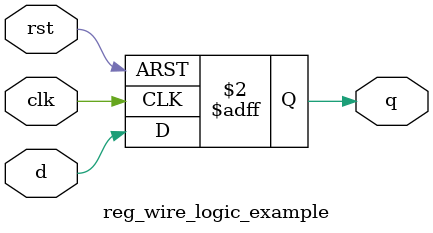
<source format=sv>
module reg_wire_logic_example(
  input logic clk,
  input logic rst,
  input logic d, 
  output logic q
);
  always_ff @(posedge clk or posedge rst) begin
    if(rst)
      q<=1'b0;
    else
      q<=d;
  end
endmodule

</source>
